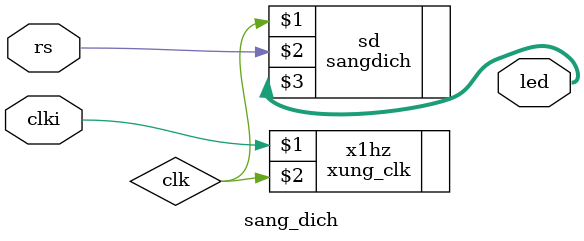
<source format=v>
`timescale 1ns / 1ps
module sang_dich(
 input clki,
input rs,
output [7:0]led
    );
wire clk;
xung_clk x1hz(clki,clk);	
sangdich sd(clk,rs,led);
endmodule
</source>
